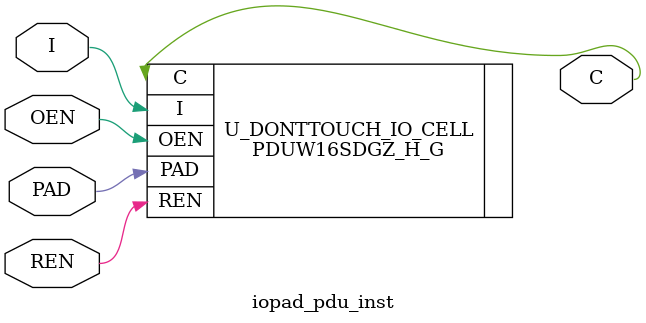
<source format=v>
`timescale 1ns/1ns
module iopad_pdu_inst
(
    input   wire    I,
    input   wire    OEN,
    input   wire    REN,

    inout   wire    PAD,

    output  wire    C
);

    PDUW16SDGZ_H_G
    U_DONTTOUCH_IO_CELL
    (
    .I   (I   ),
    .OEN (OEN ),
    .REN (REN ),
    .PAD (PAD ),
    .C   (C   )
    );

endmodule

</source>
